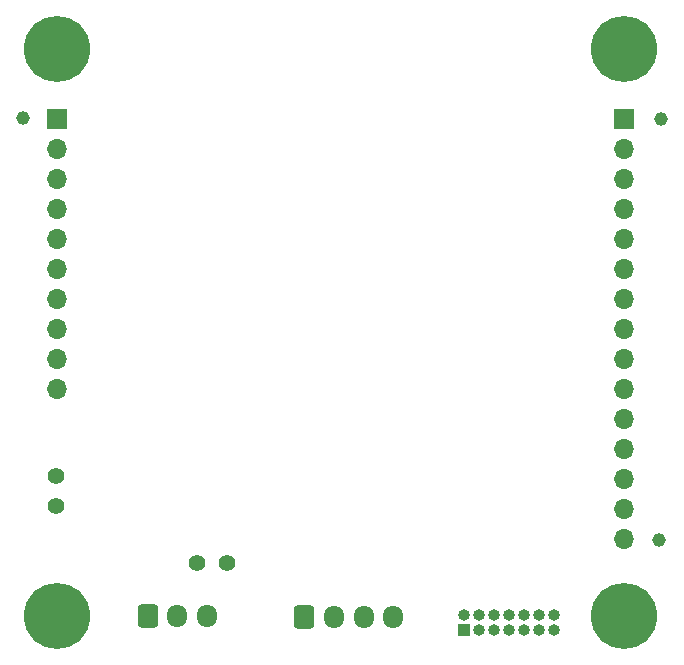
<source format=gbr>
%TF.GenerationSoftware,KiCad,Pcbnew,9.0.0*%
%TF.CreationDate,2025-02-22T16:24:44-05:00*%
%TF.ProjectId,SensorModuleBreakout,53656e73-6f72-44d6-9f64-756c65427265,rev?*%
%TF.SameCoordinates,Original*%
%TF.FileFunction,Soldermask,Bot*%
%TF.FilePolarity,Negative*%
%FSLAX46Y46*%
G04 Gerber Fmt 4.6, Leading zero omitted, Abs format (unit mm)*
G04 Created by KiCad (PCBNEW 9.0.0) date 2025-02-22 16:24:44*
%MOMM*%
%LPD*%
G01*
G04 APERTURE LIST*
G04 Aperture macros list*
%AMRoundRect*
0 Rectangle with rounded corners*
0 $1 Rounding radius*
0 $2 $3 $4 $5 $6 $7 $8 $9 X,Y pos of 4 corners*
0 Add a 4 corners polygon primitive as box body*
4,1,4,$2,$3,$4,$5,$6,$7,$8,$9,$2,$3,0*
0 Add four circle primitives for the rounded corners*
1,1,$1+$1,$2,$3*
1,1,$1+$1,$4,$5*
1,1,$1+$1,$6,$7*
1,1,$1+$1,$8,$9*
0 Add four rect primitives between the rounded corners*
20,1,$1+$1,$2,$3,$4,$5,0*
20,1,$1+$1,$4,$5,$6,$7,0*
20,1,$1+$1,$6,$7,$8,$9,0*
20,1,$1+$1,$8,$9,$2,$3,0*%
G04 Aperture macros list end*
%ADD10RoundRect,0.250000X-0.600000X-0.725000X0.600000X-0.725000X0.600000X0.725000X-0.600000X0.725000X0*%
%ADD11O,1.700000X1.950000*%
%ADD12C,5.600000*%
%ADD13C,1.152000*%
%ADD14R,1.700000X1.700000*%
%ADD15O,1.700000X1.700000*%
%ADD16C,1.400000*%
%ADD17R,1.000000X1.000000*%
%ADD18O,1.000000X1.000000*%
G04 APERTURE END LIST*
D10*
%TO.C,J5*%
X126920000Y-104075000D03*
D11*
X129420000Y-104075000D03*
X131920000Y-104075000D03*
X134420000Y-104075000D03*
%TD*%
D12*
%TO.C,H2*%
X154000000Y-56000000D03*
%TD*%
%TO.C,H3*%
X106000000Y-104000000D03*
%TD*%
D13*
%TO.C,REF\u002A\u002A*%
X157150000Y-61950000D03*
%TD*%
D14*
%TO.C,J2*%
X106000000Y-61920000D03*
D15*
X106000000Y-64460000D03*
X106000000Y-67000000D03*
X106000000Y-69540000D03*
X106000000Y-72080000D03*
X106000000Y-74620000D03*
X106000000Y-77160000D03*
X106000000Y-79700000D03*
X106000000Y-82240000D03*
X106000000Y-84780000D03*
%TD*%
D16*
%TO.C,JP2*%
X120350000Y-99500000D03*
X117810000Y-99500000D03*
%TD*%
D13*
%TO.C,REF\u002A\u002A*%
X103100000Y-61850000D03*
%TD*%
D12*
%TO.C,H4*%
X154000000Y-104000000D03*
%TD*%
%TO.C,H1*%
X106000000Y-56000000D03*
%TD*%
D13*
%TO.C,REF\u002A\u002A*%
X156900000Y-97550000D03*
%TD*%
D17*
%TO.C,J1*%
X140430000Y-105150000D03*
D18*
X140430000Y-103880000D03*
X141700000Y-105150000D03*
X141700000Y-103880000D03*
X142970000Y-105150000D03*
X142970000Y-103880000D03*
X144240000Y-105150000D03*
X144240000Y-103880000D03*
X145510000Y-105150000D03*
X145510000Y-103880000D03*
X146780000Y-105150000D03*
X146780000Y-103880000D03*
X148050000Y-105150000D03*
X148050000Y-103880000D03*
%TD*%
D14*
%TO.C,J3*%
X154000000Y-61920000D03*
D15*
X154000000Y-64460000D03*
X154000000Y-67000000D03*
X154000000Y-69540000D03*
X154000000Y-72080000D03*
X154000000Y-74620000D03*
X154000000Y-77160000D03*
X154000000Y-79700000D03*
X154000000Y-82240000D03*
X154000000Y-84780000D03*
X154000000Y-87320000D03*
X154000000Y-89860000D03*
X154000000Y-92400000D03*
X154000000Y-94940000D03*
X154000000Y-97480000D03*
%TD*%
D10*
%TO.C,J4*%
X113670000Y-104000000D03*
D11*
X116170000Y-104000000D03*
X118670000Y-104000000D03*
%TD*%
D16*
%TO.C,JP1*%
X105850000Y-92100000D03*
X105850000Y-94640000D03*
%TD*%
M02*

</source>
